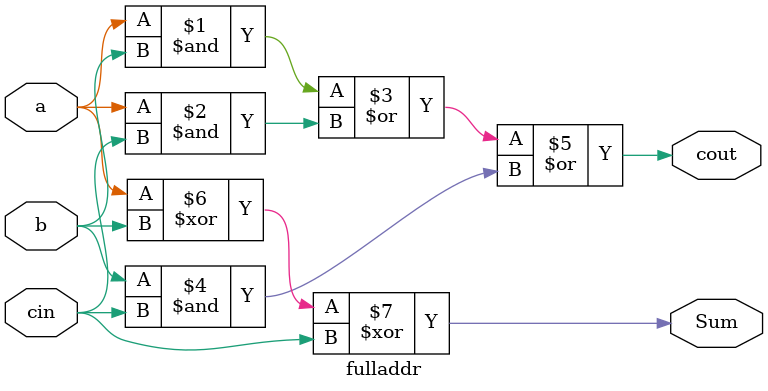
<source format=v>
module carrybypass_reg(
    input clk,
    input [15:0] A_in,
    input [15:0] B_in,
    input Cin_in,
    output reg [15:0] S_out,
    output reg Cout_out
);

    reg [15:0] A_reg, B_reg;
    reg Cin_reg;

    wire [15:0] S_wire;
    wire Cout_wire;

    // Instantiate the actual carry bypass adder
    carrybypass cb_adder(
        .A(A_reg),
        .B(B_reg),
        .Cin(Cin_reg),
        .Cout(Cout_wire),
        .S(S_wire)
    );

    // Register inputs and outputs on clock edge
    always @(posedge clk) begin
        A_reg <= A_in;
        B_reg <= B_in;
        Cin_reg <= Cin_in;

        S_out <= S_wire;
        Cout_out <= Cout_wire;
    end

endmodule

// 16-bit Carry Bypass Adder composed of 4 x 4-bit adders
module carrybypass( 
    input [15:0] A, 
    input [15:0] B, 
    input Cin, 
    output Cout, 
    output [15:0] S);

    wire [3:0] c;

    cbp4bit cbp0(.A(A[3:0]),     .B(B[3:0]),     .Cin(Cin),   .Cout(c[0]), .S(S[3:0]));
    cbp4bit cbp1(.A(A[7:4]),     .B(B[7:4]),     .Cin(c[0]),  .Cout(c[1]), .S(S[7:4]));
    cbp4bit cbp2(.A(A[11:8]),    .B(B[11:8]),    .Cin(c[1]),  .Cout(c[2]), .S(S[11:8]));
    cbp4bit cbp3(.A(A[15:12]),   .B(B[15:12]),   .Cin(c[2]),  .Cout(c[3]), .S(S[15:12]));

    assign Cout = c[3];
endmodule

// 4-bit Carry Bypass Block
module cbp4bit( 
    input [3:0] A, B,
    input Cin,
    output Cout,
    output [3:0] S);

    wire [4:0] C;
    wire q, r;

    assign C[0] = Cin;

    fulladdr fa0(.a(A[0]), .b(B[0]), .cin(C[0]), .cout(C[1]), .Sum(S[0]));
    fulladdr fa1(.a(A[1]), .b(B[1]), .cin(C[1]), .cout(C[2]), .Sum(S[1]));
    fulladdr fa2(.a(A[2]), .b(B[2]), .cin(C[2]), .cout(C[3]), .Sum(S[2]));
    fulladdr fa3(.a(A[3]), .b(B[3]), .cin(C[3]), .cout(C[4]), .Sum(S[3]));

    bypass by0(.A(A), .B(B), .p(q));
    mux21 mu0(.i0(C[4]), .i1(C[0]), .sel(q), .o(r));

    assign Cout = r;
endmodule

// 2:1 Multiplexer
module mux21( 
    input i0, 
    input i1, 
    input sel, 
    output o);
    assign o = sel ? i1 : i0;
endmodule

// Bypass condition generator: produces propagate signal
module bypass( 
    input [3:0] A, 
    input [3:0] B, 
    output p);
    wire [3:0] P;
    assign P = A ^ B;
    assign p = P[0] & P[1] & P[2] & P[3];
endmodule

// 1-bit Full Adder
module fulladdr( 
    input a, 
    input b, 
    input cin, 
    output cout, 
    output Sum);
    assign cout = (a & b) | (a & cin) | (b & cin);
    assign Sum = a ^ b ^ cin;
endmodule


</source>
